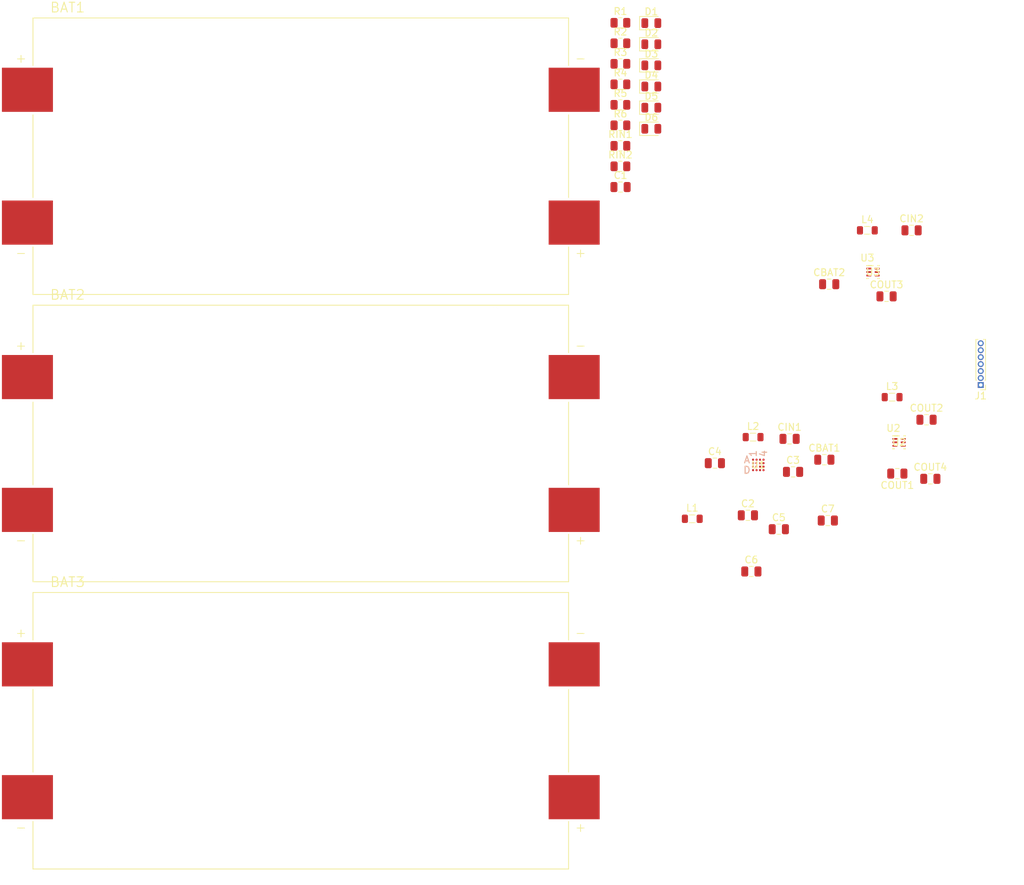
<source format=kicad_pcb>
(kicad_pcb (version 20240108) (generator "pcbnew") (generator_version "8.0")
  (layers (0 "F.Cu" signal) (31 "B.Cu" signal) (34 "B.Paste" user) (35 "F.Paste" user) (36 "B.SilkS" user "B.Silkscreen") (37 "F.SilkS" user "F.Silkscreen") (38 "B.Mask" user) (39 "F.Mask" user) (44 "Edge.Cuts" user))
  (net 0 "")
  (net 1 "Earth")
  (net 2 "Battery IN")
  (net 3 "VIN2")
  (net 4 "VOUT2")
  (net 5 "VOUT1")
  (net 6 "VOUT3")
  (net 7 "GND")
  (net 8 "VIN4")
  (net 9 "VIN3")
  (net 10 "VIN5")
  (net 11 "VIN6")
  (net 12 "Net-(U2-VIN)")
  (net 13 "Net-(U3-VIN)")
  (net 14 "VOUT4")
  (net 15 "VOUT5")
  (net 16 "VOUT6")
  (net 17 "VOUT7")
  (net 18 "Net-(D1-A)")
  (net 19 "Net-(D2-A)")
  (net 20 "Net-(D3-A)")
  (net 21 "Net-(D4-A)")
  (net 22 "Net-(D5-A)")
  (net 23 "VIN1")
  (net 24 "Net-(D6-A)")
  (net 25 "Net-(U1-SW2)")
  (net 26 "Net-(U1-SW1)")
  (net 27 "Net-(U2-SW)")
  (net 28 "Net-(U3-SW)")
  (footprint "Capacitor_SMD:C_0805_2012Metric" (layer "F.Cu") (at 144.75 106.75)
    (property "Reference" "C7" (at 0 -1.68 0) (layer "F.SilkS"))
    (property "Value" "1uF")
    (fp_line (start -0.261252 -0.735) (end 0.261252 -0.735) (stroke (width 0.12)) (layer "F.SilkS"))
    (fp_line (start -0.261252 0.735) (end 0.261252 0.735) (stroke (width 0.12)) (layer "F.SilkS"))
    (pad "1" smd roundrect (at -0.95 0) (size 1 1.45) (layers "F.Cu" "F.Paste" "F.Mask") (net 9 "VIN3"))
    (pad "2" smd roundrect (at 0.95 0) (size 1 1.45) (layers "F.Cu" "F.Paste" "F.Mask") (net 7 "GND"))
  )
  (footprint "Capacitor_SMD:C_0805_2012Metric" (layer "F.Cu") (at 133.75 114.08)
    (property "Reference" "C6" (at 0 -1.68 0) (layer "F.SilkS"))
    (property "Value" "1uF")
    (fp_line (start -0.261252 -0.735) (end 0.261252 -0.735) (stroke (width 0.12)) (layer "F.SilkS"))
    (fp_line (start -0.261252 0.735) (end 0.261252 0.735) (stroke (width 0.12)) (layer "F.SilkS"))
    (pad "1" smd roundrect (at -0.95 0) (size 1 1.45) (layers "F.Cu" "F.Paste" "F.Mask") (net 8 "VIN4"))
    (pad "2" smd roundrect (at 0.95 0) (size 1 1.45) (layers "F.Cu" "F.Paste" "F.Mask") (net 7 "GND"))
  )
  (footprint "Capacitor_SMD:C_0805_2012Metric" (layer "F.Cu") (at 139.25 95)
    (property "Reference" "CIN1" (at 0 -1.68 0) (layer "F.SilkS"))
    (property "Value" ".1uF")
    (fp_line (start -0.261252 -0.735) (end 0.261252 -0.735) (stroke (width 0.12)) (layer "F.SilkS"))
    (fp_line (start -0.261252 0.735) (end 0.261252 0.735) (stroke (width 0.12)) (layer "F.SilkS"))
    (pad "1" smd roundrect (at -0.95 0) (size 1 1.45) (layers "F.Cu" "F.Paste" "F.Mask") (net 12 "Net-(U2-VIN)"))
    (pad "2" smd roundrect (at 0.95 0) (size 1 1.45) (layers "F.Cu" "F.Paste" "F.Mask") (net 7 "GND"))
  )
  (footprint "Resistor_SMD:R_0805_2012Metric" (layer "F.Cu") (at 114.91 41.045)
    (property "Reference" "R3" (at 0 -1.65 0) (layer "F.SilkS"))
    (property "Value" "10kΩ")
    (fp_line (start -0.227064 -0.735) (end 0.227064 -0.735) (stroke (width 0.12)) (layer "F.SilkS"))
    (fp_line (start -0.227064 0.735) (end 0.227064 0.735) (stroke (width 0.12)) (layer "F.SilkS"))
    (pad "1" smd roundrect (at -0.9125 0) (size 1.025 1.4) (layers "F.Cu" "F.Paste" "F.Mask") (roundrect_rratio 0.243902) (net 7 "GND"))
    (pad "2" smd roundrect (at 0.9125 0) (size 1.025 1.4) (layers "F.Cu" "F.Paste" "F.Mask") (roundrect_rratio 0.243902) (net 20 "Net-(D3-A)"))
  )
  (footprint "Inductor_SMD:L_0805_2012Metric" (layer "F.Cu") (at 125.25 106.5)
    (property "Reference" "L1" (at 0 -1.55 0) (layer "F.SilkS"))
    (property "Value" "1uH")
    (fp_line (start -0.399622 -0.56) (end 0.399622 -0.56) (stroke (width 0.12)) (layer "F.SilkS"))
    (fp_line (start -0.399622 0.56) (end 0.399622 0.56) (stroke (width 0.12)) (layer "F.SilkS"))
    (pad "1" smd roundrect (at -1.0625 0) (size 0.875 1.2) (layers "F.Cu" "F.Paste" "F.Mask") (net 4 "VOUT2"))
    (pad "2" smd roundrect (at 1.0625 0) (size 0.875 1.2) (layers "F.Cu" "F.Paste" "F.Mask") (net 25 "Net-(U1-SW2)"))
  )
  (footprint "Capacitor_SMD:C_0805_2012Metric" (layer "F.Cu") (at 158.95 92.25)
    (property "Reference" "COUT2" (at 0 -1.68 0) (layer "F.SilkS"))
    (property "Value" "10uF")
    (fp_line (start -0.261252 -0.735) (end 0.261252 -0.735) (stroke (width 0.12)) (layer "F.SilkS"))
    (fp_line (start -0.261252 0.735) (end 0.261252 0.735) (stroke (width 0.12)) (layer "F.SilkS"))
    (pad "1" smd roundrect (at -0.95 0) (size 1 1.45) (layers "F.Cu" "F.Paste" "F.Mask") (net 15 "VOUT5"))
    (pad "2" smd roundrect (at 0.95 0) (size 1 1.45) (layers "F.Cu" "F.Paste" "F.Mask") (net 7 "GND"))
  )
  (footprint "Avionics:DSE0006A" (layer "F.Cu") (at 155 95.5)
    (property "Reference" "U2" (at 0 0 0) (layer "F.SilkS"))
    (property "Value" "TPS610986DSER")
    (fp_poly (pts (xy -0.299999 -0.624997) (xy -0.25 -0.624997) (xy -0.15 -0.524998) (xy -0.15 -0.375001) (xy -0.299999 -0.375001)) (fill solid) (layer "F.Cu"))
    (fp_line (start -0.900001 -0.924999) (end 0 -0.924999) (stroke (width 0.1778)) (layer "F.SilkS"))
    (fp_line (start -0.900001 0.924999) (end -0.700001 0.924999) (stroke (width 0.1778)) (layer "F.SilkS"))
    (fp_line (start 0.700001 -0.924999) (end 0.900001 -0.924999) (stroke (width 0.1778)) (layer "F.SilkS"))
    (fp_line (start 0.700001 0.924999) (end 0.900001 0.924999) (stroke (width 0.1778)) (layer "F.SilkS"))
    (fp_text user "U2" (at -0.8128 -2.032 0) (layer "F.SilkS"))
    (pad "1" smd rect (at -0.620001 -0.499999) (size 0.660001 0.249999) (layers "F.Cu" "F.Paste" "F.Mask") (net 14 "VOUT4"))
    (pad "2" smd rect (at -0.599999 0) (size 0.700001 0.249999) (layers "F.Cu" "F.Paste" "F.Mask") (net 27 "Net-(U2-SW)"))
    (pad "3" smd rect (at -0.599999 0.499999) (size 0.700001 0.249999) (layers "F.Cu" "F.Paste" "F.Mask") (net 12 "Net-(U2-VIN)"))
    (pad "4" smd rect (at 0.599999 0.499999) (size 0.700001 0.249999) (layers "F.Cu" "F.Paste" "F.Mask"))
    (pad "5" smd rect (at 0.599999 0) (size 0.700001 0.249999) (layers "F.Cu" "F.Paste" "F.Mask") (net 15 "VOUT5"))
    (pad "6" smd rect (at 0.599999 -0.499999) (size 0.700001 0.249999) (layers "F.Cu" "F.Paste" "F.Mask") (net 7 "GND"))
  )
  (footprint "Capacitor_SMD:C_0805_2012Metric" (layer "F.Cu") (at 144.25 98)
    (property "Reference" "CBAT1" (at 0 -1.68 0) (layer "F.SilkS"))
    (property "Value" "10uF")
    (fp_line (start -0.261252 -0.735) (end 0.261252 -0.735) (stroke (width 0.12)) (layer "F.SilkS"))
    (fp_line (start -0.261252 0.735) (end 0.261252 0.735) (stroke (width 0.12)) (layer "F.SilkS"))
    (pad "1" smd roundrect (at -0.95 0) (size 1 1.45) (layers "F.Cu" "F.Paste" "F.Mask") (net 10 "VIN5"))
    (pad "2" smd roundrect (at 0.95 0) (size 1 1.45) (layers "F.Cu" "F.Paste" "F.Mask") (net 7 "GND"))
  )
  (footprint "Resistor_SMD:R_0805_2012Metric" (layer "F.Cu") (at 114.91 38.095)
    (property "Reference" "R2" (at 0 -1.65 0) (layer "F.SilkS"))
    (property "Value" "10kΩ")
    (fp_line (start -0.227064 -0.735) (end 0.227064 -0.735) (stroke (width 0.12)) (layer "F.SilkS"))
    (fp_line (start -0.227064 0.735) (end 0.227064 0.735) (stroke (width 0.12)) (layer "F.SilkS"))
    (pad "1" smd roundrect (at -0.9125 0) (size 1.025 1.4) (layers "F.Cu" "F.Paste" "F.Mask") (roundrect_rratio 0.243902) (net 7 "GND"))
    (pad "2" smd roundrect (at 0.9125 0) (size 1.025 1.4) (layers "F.Cu" "F.Paste" "F.Mask") (roundrect_rratio 0.243902) (net 19 "Net-(D2-A)"))
  )
  (footprint "Resistor_SMD:R_0805_2012Metric" (layer "F.Cu") (at 114.91 46.945)
    (property "Reference" "R5" (at 0 -1.65 0) (layer "F.SilkS"))
    (property "Value" "10kΩ")
    (fp_line (start -0.227064 -0.735) (end 0.227064 -0.735) (stroke (width 0.12)) (layer "F.SilkS"))
    (fp_line (start -0.227064 0.735) (end 0.227064 0.735) (stroke (width 0.12)) (layer "F.SilkS"))
    (pad "1" smd roundrect (at -0.9125 0) (size 1.025 1.4) (layers "F.Cu" "F.Paste" "F.Mask") (roundrect_rratio 0.243902) (net 7 "GND"))
    (pad "2" smd roundrect (at 0.9125 0) (size 1.025 1.4) (layers "F.Cu" "F.Paste" "F.Mask") (roundrect_rratio 0.243902) (net 22 "Net-(D5-A)"))
  )
  (footprint "LED_SMD:LED_0805_2012Metric" (layer "F.Cu") (at 119.36 50.39)
    (property "Reference" "D6" (at 0 -1.65 0) (layer "F.SilkS"))
    (property "Value" "LED")
    (fp_line (start -1.685 -0.96) (end -1.685 0.96) (stroke (width 0.12)) (layer "F.SilkS"))
    (fp_line (start -1.685 0.96) (end 1 0.96) (stroke (width 0.12)) (layer "F.SilkS"))
    (fp_line (start 1 -0.96) (end -1.685 -0.96) (stroke (width 0.12)) (layer "F.SilkS"))
    (pad "1" smd roundrect (at -0.9375 0) (size 0.975 1.4) (layers "F.Cu" "F.Paste" "F.Mask") (net 23 "VIN1"))
    (pad "2" smd roundrect (at 0.9375 0) (size 0.975 1.4) (layers "F.Cu" "F.Paste" "F.Mask") (net 24 "Net-(D6-A)"))
  )
  (footprint "Capacitor_SMD:C_0805_2012Metric" (layer "F.Cu") (at 137.7 108)
    (property "Reference" "C5" (at 0 -1.68 0) (layer "F.SilkS"))
    (property "Value" "1uF")
    (fp_line (start -0.261252 -0.735) (end 0.261252 -0.735) (stroke (width 0.12)) (layer "F.SilkS"))
    (fp_line (start -0.261252 0.735) (end 0.261252 0.735) (stroke (width 0.12)) (layer "F.SilkS"))
    (pad "1" smd roundrect (at -0.95 0) (size 1 1.45) (layers "F.Cu" "F.Paste" "F.Mask") (net 7 "GND"))
    (pad "2" smd roundrect (at 0.95 0) (size 1 1.45) (layers "F.Cu" "F.Paste" "F.Mask") (net 6 "VOUT3"))
  )
  (footprint "Avionics:CB_16_8_ADI" (layer "F.Cu") (at 134.75 98.75)
    (property "Reference" "U1" (at 0 0 0) (layer "F.SilkS"))
    (property "Value" "ADP5033ACBZ-5-R7")
    (fp_text user "A" (at -1.635 -0.75 0) (layer "B.SilkS"))
    (fp_text user "D" (at -1.635 0.75 0) (layer "B.SilkS"))
    (fp_text user "1" (at -0.75 -1.635 90) (layer "B.SilkS"))
    (fp_text user "4" (at 0.75 -1.635 90) (layer "B.SilkS"))
    (fp_text user "1" (at -0.75 -1.635 90) (layer "F.SilkS"))
    (fp_text user "4" (at 0.75 -1.635 90) (layer "F.SilkS"))
    (fp_text user "D" (at -1.635 0.75 0) (layer "F.SilkS"))
    (fp_text user "A" (at -1.635 -0.75 0) (layer "F.SilkS"))
    (pad "A1" smd circle (at -0.75 -0.75) (size 0.32 0.32) (layers "F.Cu" "F.Paste" "F.Mask") (net 6 "VOUT3"))
    (pad "A2" smd circle (at -0.25 -0.75) (size 0.32 0.32) (layers "F.Cu" "F.Paste" "F.Mask") (net 9 "VIN3"))
    (pad "A3" smd circle (at 0.25 -0.75) (size 0.32 0.32) (layers "F.Cu" "F.Paste" "F.Mask") (net 8 "VIN4"))
    (pad "A4" smd circle (at 0.75 -0.75) (size 0.32 0.32) (layers "F.Cu" "F.Paste" "F.Mask"))
    (pad "B1" smd circle (at -0.75 -0.25) (size 0.32 0.32) (layers "F.Cu" "F.Paste" "F.Mask") (net 7 "GND"))
    (pad "B2" smd circle (at -0.25 -0.25) (size 0.32 0.32) (layers "F.Cu" "F.Paste" "F.Mask"))
    (pad "B3" smd circle (at 0.25 -0.25) (size 0.32 0.32) (layers "F.Cu" "F.Paste" "F.Mask") (net 2 "Battery IN"))
    (pad "B4" smd circle (at 0.75 -0.25) (size 0.32 0.32) (layers "F.Cu" "F.Paste" "F.Mask") (net 2 "Battery IN"))
    (pad "C1" smd circle (at -0.75 0.25) (size 0.32 0.32) (layers "F.Cu" "F.Paste" "F.Mask") (net 2 "Battery IN"))
    (pad "C2" smd circle (at -0.25 0.25) (size 0.32 0.32) (layers "F.Cu" "F.Paste" "F.Mask") (net 5 "VOUT1"))
    (pad "C3" smd circle (at 0.25 0.25) (size 0.32 0.32) (layers "F.Cu" "F.Paste" "F.Mask") (net 4 "VOUT2"))
    (pad "C4" smd circle (at 0.75 0.25) (size 0.32 0.32) (layers "F.Cu" "F.Paste" "F.Mask") (net 3 "VIN2"))
    (pad "D1" smd circle (at -0.75 0.75) (size 0.32 0.32) (layers "F.Cu" "F.Paste" "F.Mask") (net 1 "Earth"))
    (pad "D2" smd circle (at -0.25 0.75) (size 0.32 0.32) (layers "F.Cu" "F.Paste" "F.Mask") (net 26 "Net-(U1-SW1)"))
    (pad "D3" smd circle (at 0.25 0.75) (size 0.32 0.32) (layers "F.Cu" "F.Paste" "F.Mask") (net 25 "Net-(U1-SW2)"))
    (pad "D4" smd circle (at 0.75 0.75) (size 0.32 0.32) (layers "F.Cu" "F.Paste" "F.Mask") (net 1 "Earth"))
  )
  (footprint "Capacitor_SMD:C_0805_2012Metric" (layer "F.Cu") (at 144.95 72.75)
    (property "Reference" "CBAT2" (at 0 -1.68 0) (layer "F.SilkS"))
    (property "Value" "10uF")
    (fp_line (start -0.261252 -0.735) (end 0.261252 -0.735) (stroke (width 0.12)) (layer "F.SilkS"))
    (fp_line (start -0.261252 0.735) (end 0.261252 0.735) (stroke (width 0.12)) (layer "F.SilkS"))
    (pad "1" smd roundrect (at -0.95 0) (size 1 1.45) (layers "F.Cu" "F.Paste" "F.Mask") (net 11 "VIN6"))
    (pad "2" smd roundrect (at 0.95 0) (size 1 1.45) (layers "F.Cu" "F.Paste" "F.Mask") (net 7 "GND"))
  )
  (footprint "LED_SMD:LED_0805_2012Metric" (layer "F.Cu") (at 119.36 47.35)
    (property "Reference" "D5" (at 0 -1.65 0) (layer "F.SilkS"))
    (property "Value" "LED")
    (fp_line (start -1.685 -0.96) (end -1.685 0.96) (stroke (width 0.12)) (layer "F.SilkS"))
    (fp_line (start -1.685 0.96) (end 1 0.96) (stroke (width 0.12)) (layer "F.SilkS"))
    (fp_line (start 1 -0.96) (end -1.685 -0.96) (stroke (width 0.12)) (layer "F.SilkS"))
    (pad "1" smd roundrect (at -0.9375 0) (size 0.975 1.4) (layers "F.Cu" "F.Paste" "F.Mask") (net 3 "VIN2"))
    (pad "2" smd roundrect (at 0.9375 0) (size 0.975 1.4) (layers "F.Cu" "F.Paste" "F.Mask") (net 22 "Net-(D5-A)"))
  )
  (footprint "Capacitor_SMD:C_0805_2012Metric" (layer "F.Cu") (at 159.5 100.75)
    (property "Reference" "COUT4" (at 0 -1.68 0) (layer "F.SilkS"))
    (property "Value" "10uF")
    (fp_line (start -0.261252 -0.735) (end 0.261252 -0.735) (stroke (width 0.12)) (layer "F.SilkS"))
    (fp_line (start -0.261252 0.735) (end 0.261252 0.735) (stroke (width 0.12)) (layer "F.SilkS"))
    (pad "1" smd roundrect (at -0.95 0) (size 1 1.45) (layers "F.Cu" "F.Paste" "F.Mask") (net 17 "VOUT7"))
    (pad "2" smd roundrect (at 0.95 0) (size 1 1.45) (layers "F.Cu" "F.Paste" "F.Mask") (net 7 "GND"))
  )
  (footprint "Inductor_SMD:L_0805_2012Metric" (layer "F.Cu") (at 154 89)
    (property "Reference" "L3" (at 0 -1.55 0) (layer "F.SilkS"))
    (property "Value" "4.7uH")
    (fp_line (start -0.399622 -0.56) (end 0.399622 -0.56) (stroke (width 0.12)) (layer "F.SilkS"))
    (fp_line (start -0.399622 0.56) (end 0.399622 0.56) (stroke (width 0.12)) (layer "F.SilkS"))
    (pad "1" smd roundrect (at -1.0625 0) (size 0.875 1.2) (layers "F.Cu" "F.Paste" "F.Mask") (net 10 "VIN5"))
    (pad "2" smd roundrect (at 1.0625 0) (size 0.875 1.2) (layers "F.Cu" "F.Paste" "F.Mask") (net 27 "Net-(U2-SW)"))
  )
  (footprint "LED_SMD:LED_0805_2012Metric" (layer "F.Cu") (at 119.36 35.19)
    (property "Reference" "D1" (at 0 -1.65 0) (layer "F.SilkS"))
    (property "Value" "LED")
    (fp_line (start -1.685 -0.96) (end -1.685 0.96) (stroke (width 0.12)) (layer "F.SilkS"))
    (fp_line (start -1.685 0.96) (end 1 0.96) (stroke (width 0.12)) (layer "F.SilkS"))
    (fp_line (start 1 -0.96) (end -1.685 -0.96) (stroke (width 0.12)) (layer "F.SilkS"))
    (pad "1" smd roundrect (at -0.9375 0) (size 0.975 1.4) (layers "F.Cu" "F.Paste" "F.Mask") (net 11 "VIN6"))
    (pad "2" smd roundrect (at 0.9375 0) (size 0.975 1.4) (layers "F.Cu" "F.Paste" "F.Mask") (net 18 "Net-(D1-A)"))
  )
  (footprint "Capacitor_SMD:C_0805_2012Metric" (layer "F.Cu") (at 156.8 65)
    (property "Reference" "CIN2" (at 0 -1.68 0) (layer "F.SilkS"))
    (property "Value" ".1uF")
    (fp_line (start -0.261252 -0.735) (end 0.261252 -0.735) (stroke (width 0.12)) (layer "F.SilkS"))
    (fp_line (start -0.261252 0.735) (end 0.261252 0.735) (stroke (width 0.12)) (layer "F.SilkS"))
    (pad "1" smd roundrect (at -0.95 0) (size 1 1.45) (layers "F.Cu" "F.Paste" "F.Mask") (net 13 "Net-(U3-VIN)"))
    (pad "2" smd roundrect (at 0.95 0) (size 1 1.45) (layers "F.Cu" "F.Paste" "F.Mask") (net 7 "GND"))
  )
  (footprint "Avionics:BAT_1048P" (layer "F.Cu") (at 68.93 54.335)
    (property "Reference" "BAT1" (at -33.555 -21.389 0) (layer "F.SilkS") (effects (font (size 1.4 1.4))))
    (property "Value" "1048P")
    (fp_line (start -40.75 -14) (end -39.75 -14) (stroke (width 0.127)) (layer "F.SilkS"))
    (fp_line (start -40.75 14) (end -39.75 14) (stroke (width 0.127)) (layer "F.SilkS"))
    (fp_line (start -40.25 -14.5) (end -40.25 -13.5) (stroke (width 0.127)) (layer "F.SilkS"))
    (fp_line (start -38.53 -19.89) (end 38.53 -19.89) (stroke (width 0.127)) (layer "F.SilkS"))
    (fp_line (start -38.53 -13.05) (end -38.53 -19.89) (stroke (width 0.127)) (layer "F.SilkS"))
    (fp_line (start -38.53 -5.95) (end -38.53 5.95) (stroke (width 0.127)) (layer "F.SilkS"))
    (fp_line (start -38.53 13.05) (end -38.53 19.89) (stroke (width 0.127)) (layer "F.SilkS"))
    (fp_line (start -38.53 19.89) (end 38.53 19.89) (stroke (width 0.127)) (layer "F.SilkS"))
    (fp_line (start 38.53 -19.89) (end 38.53 -13.05) (stroke (width 0.127)) (layer "F.SilkS"))
    (fp_line (start 38.53 -5.95) (end 38.53 5.95) (stroke (width 0.127)) (layer "F.SilkS"))
    (fp_line (start 38.53 19.89) (end 38.53 13.05) (stroke (width 0.127)) (layer "F.SilkS"))
    (fp_line (start 40.25 14.5) (end 40.25 13.5) (stroke (width 0.127)) (layer "F.SilkS"))
    (fp_line (start 40.75 -14) (end 39.75 -14) (stroke (width 0.127)) (layer "F.SilkS"))
    (fp_line (start 40.75 14) (end 39.75 14) (stroke (width 0.127)) (layer "F.SilkS"))
    (pad "" np_thru_hole circle (at -27.6 0) (size 3.17 3.17) (drill 3.17) (layers "*.Cu" "*.Mask"))
    (pad "" np_thru_hole circle (at -27.6 17.505) (size 3.45 3.45) (drill 3.45) (layers "*.Cu" "*.Mask"))
    (pad "" np_thru_hole circle (at 27.6 -17.505) (size 3.45 3.45) (drill 3.45) (layers "*.Cu" "*.Mask"))
    (pad "" np_thru_hole circle (at 27.6 0) (size 3.17 3.17) (drill 3.17) (layers "*.Cu" "*.Mask"))
    (pad "" np_thru_hole circle (at 35.82 17.505) (size 2.39 2.39) (drill 2.39) (layers "*.Cu" "*.Mask"))
    (pad "N1" smd rect (at 39.33 -9.555) (size 7.34 6.35) (layers "F.Cu" "F.Paste" "F.Mask"))
    (pad "N2" smd rect (at -39.33 9.555) (size 7.34 6.35) (layers "F.Cu" "F.Paste" "F.Mask"))
    (pad "P1" smd rect (at -39.33 -9.555) (size 7.34 6.35) (layers "F.Cu" "F.Paste" "F.Mask"))
    (pad "P2" smd rect (at 39.33 9.555) (size 7.34 6.35) (layers "F.Cu" "F.Paste" "F.Mask"))
  )
  (footprint "Resistor_SMD:R_0805_2012Metric" (layer "F.Cu") (at 114.91 49.895)
    (property "Reference" "R6" (at 0 -1.65 0) (layer "F.SilkS"))
    (property "Value" "10kΩ")
    (fp_line (start -0.227064 -0.735) (end 0.227064 -0.735) (stroke (width 0.12)) (layer "F.SilkS"))
    (fp_line (start -0.227064 0.735) (end 0.227064 0.735) (stroke (width 0.12)) (layer "F.SilkS"))
    (pad "1" smd roundrect (at -0.9125 0) (size 1.025 1.4) (layers "F.Cu" "F.Paste" "F.Mask") (roundrect_rratio 0.243902) (net 7 "GND"))
    (pad "2" smd roundrect (at 0.9125 0) (size 1.025 1.4) (layers "F.Cu" "F.Paste" "F.Mask") (roundrect_rratio 0.243902) (net 24 "Net-(D6-A)"))
  )
  (footprint "Avionics:DSE0006A" (layer "F.Cu") (at 151.25 71)
    (property "Reference" "U3" (at 0 0 0) (layer "F.SilkS"))
    (property "Value" "TPS610986DSER")
    (fp_poly (pts (xy -0.299999 -0.624997) (xy -0.25 -0.624997) (xy -0.15 -0.524998) (xy -0.15 -0.375001) (xy -0.299999 -0.375001)) (fill solid) (layer "F.Cu"))
    (fp_line (start -0.900001 -0.924999) (end 0 -0.924999) (stroke (width 0.1778)) (layer "F.SilkS"))
    (fp_line (start -0.900001 0.924999) (end -0.700001 0.924999) (stroke (width 0.1778)) (layer "F.SilkS"))
    (fp_line (start 0.700001 -0.924999) (end 0.900001 -0.924999) (stroke (width 0.1778)) (layer "F.SilkS"))
    (fp_line (start 0.700001 0.924999) (end 0.900001 0.924999) (stroke (width 0.1778)) (layer "F.SilkS"))
    (fp_text user "U3" (at -0.8128 -2.032 0) (layer "F.SilkS"))
    (pad "1" smd rect (at -0.620001 -0.499999) (size 0.660001 0.249999) (layers "F.Cu" "F.Paste" "F.Mask") (net 16 "VOUT6"))
    (pad "2" smd rect (at -0.599999 0) (size 0.700001 0.249999) (layers "F.Cu" "F.Paste" "F.Mask") (net 28 "Net-(U3-SW)"))
    (pad "3" smd rect (at -0.599999 0.499999) (size 0.700001 0.249999) (layers "F.Cu" "F.Paste" "F.Mask") (net 13 "Net-(U3-VIN)"))
    (pad "4" smd rect (at 0.599999 0.499999) (size 0.700001 0.249999) (layers "F.Cu" "F.Paste" "F.Mask"))
    (pad "5" smd rect (at 0.599999 0) (size 0.700001 0.249999) (layers "F.Cu" "F.Paste" "F.Mask") (net 17 "VOUT7"))
    (pad "6" smd rect (at 0.599999 -0.499999) (size 0.700001 0.249999) (layers "F.Cu" "F.Paste" "F.Mask") (net 7 "GND"))
  )
  (footprint "Capacitor_SMD:C_0805_2012Metric" (layer "F.Cu") (at 154.75 100 180)
    (property "Reference" "COUT1" (at 0 -1.68 360) (layer "F.SilkS"))
    (property "Value" "10uF")
    (fp_line (start -0.261252 0.735) (end 0.261252 0.735) (stroke (width 0.12)) (layer "F.SilkS"))
    (fp_line (start -0.261252 -0.735) (end 0.261252 -0.735) (stroke (width 0.12)) (layer "F.SilkS"))
    (pad "1" smd roundrect (at -0.95 0 180) (size 1 1.45) (layers "F.Cu" "F.Paste" "F.Mask") (net 14 "VOUT4"))
    (pad "2" smd roundrect (at 0.95 0 180) (size 1 1.45) (layers "F.Cu" "F.Paste" "F.Mask") (net 7 "GND"))
  )
  (footprint "Capacitor_SMD:C_0805_2012Metric" (layer "F.Cu") (at 133.25 106)
    (property "Reference" "C2" (at 0 -1.68 0) (layer "F.SilkS"))
    (property "Value" "4.7uF")
    (fp_line (start -0.261252 -0.735) (end 0.261252 -0.735) (stroke (width 0.12)) (layer "F.SilkS"))
    (fp_line (start -0.261252 0.735) (end 0.261252 0.735) (stroke (width 0.12)) (layer "F.SilkS"))
    (pad "1" smd roundrect (at -0.95 0) (size 1 1.45) (layers "F.Cu" "F.Paste" "F.Mask") (net 3 "VIN2"))
    (pad "2" smd roundrect (at 0.95 0) (size 1 1.45) (layers "F.Cu" "F.Paste" "F.Mask") (net 1 "Earth"))
  )
  (footprint "Resistor_SMD:R_0805_2012Metric" (layer "F.Cu") (at 114.91 55.795)
    (property "Reference" "RIN2" (at 0 -1.65 0) (layer "F.SilkS"))
    (property "Value" "400Ω")
    (fp_line (start -0.227064 -0.735) (end 0.227064 -0.735) (stroke (width 0.12)) (layer "F.SilkS"))
    (fp_line (start -0.227064 0.735) (end 0.227064 0.735) (stroke (width 0.12)) (layer "F.SilkS"))
    (pad "1" smd roundrect (at -0.9125 0) (size 1.025 1.4) (layers "F.Cu" "F.Paste" "F.Mask") (roundrect_rratio 0.243902) (net 28 "Net-(U3-SW)"))
    (pad "2" smd roundrect (at 0.9125 0) (size 1.025 1.4) (layers "F.Cu" "F.Paste" "F.Mask") (roundrect_rratio 0.243902) (net 13 "Net-(U3-VIN)"))
  )
  (footprint "Resistor_SMD:R_0805_2012Metric" (layer "F.Cu") (at 114.91 43.995)
    (property "Reference" "R4" (at 0 -1.65 0) (layer "F.SilkS"))
    (property "Value" "10kΩ")
    (fp_line (start -0.227064 -0.735) (end 0.227064 -0.735) (stroke (width 0.12)) (layer "F.SilkS"))
    (fp_line (start -0.227064 0.735) (end 0.227064 0.735) (stroke (width 0.12)) (layer "F.SilkS"))
    (pad "1" smd roundrect (at -0.9125 0) (size 1.025 1.4) (layers "F.Cu" "F.Paste" "F.Mask") (roundrect_rratio 0.243902) (net 7 "GND"))
    (pad "2" smd roundrect (at 0.9125 0) (size 1.025 1.4) (layers "F.Cu" "F.Paste" "F.Mask") (roundrect_rratio 0.243902) (net 21 "Net-(D4-A)"))
  )
  (footprint "Inductor_SMD:L_0805_2012Metric" (layer "F.Cu") (at 150.4375 65)
    (property "Reference" "L4" (at 0 -1.55 0) (layer "F.SilkS"))
    (property "Value" "4.7uH")
    (fp_line (start -0.399622 -0.56) (end 0.399622 -0.56) (stroke (width 0.12)) (layer "F.SilkS"))
    (fp_line (start -0.399622 0.56) (end 0.399622 0.56) (stroke (width 0.12)) (layer "F.SilkS"))
    (pad "1" smd roundrect (at -1.0625 0) (size 0.875 1.2) (layers "F.Cu" "F.Paste" "F.Mask") (net 11 "VIN6"))
    (pad "2" smd roundrect (at 1.0625 0) (size 0.875 1.2) (layers "F.Cu" "F.Paste" "F.Mask") (net 28 "Net-(U3-SW)"))
  )
  (footprint "Capacitor_SMD:C_0805_2012Metric" (layer "F.Cu") (at 153.2 74.5)
    (property "Reference" "COUT3" (at 0 -1.68 0) (layer "F.SilkS"))
    (property "Value" "10uF")
    (fp_line (start -0.261252 -0.735) (end 0.261252 -0.735) (stroke (width 0.12)) (layer "F.SilkS"))
    (fp_line (start -0.261252 0.735) (end 0.261252 0.735) (stroke (width 0.12)) (layer "F.SilkS"))
    (pad "1" smd roundrect (at -0.95 0) (size 1 1.45) (layers "F.Cu" "F.Paste" "F.Mask") (net 16 "VOUT6"))
    (pad "2" smd roundrect (at 0.95 0) (size 1 1.45) (layers "F.Cu" "F.Paste" "F.Mask") (net 7 "GND"))
  )
  (footprint "LED_SMD:LED_0805_2012Metric" (layer "F.Cu") (at 119.36 41.27)
    (property "Reference" "D3" (at 0 -1.65 0) (layer "F.SilkS"))
    (property "Value" "LED")
    (fp_line (start -1.685 -0.96) (end -1.685 0.96) (stroke (width 0.12)) (layer "F.SilkS"))
    (fp_line (start -1.685 0.96) (end 1 0.96) (stroke (width 0.12)) (layer "F.SilkS"))
    (fp_line (start 1 -0.96) (end -1.685 -0.96) (stroke (width 0.12)) (layer "F.SilkS"))
    (pad "1" smd roundrect (at -0.9375 0) (size 0.975 1.4) (layers "F.Cu" "F.Paste" "F.Mask") (net 8 "VIN4"))
    (pad "2" smd roundrect (at 0.9375 0) (size 0.975 1.4) (layers "F.Cu" "F.Paste" "F.Mask") (net 20 "Net-(D3-A)"))
  )
  (footprint "Capacitor_SMD:C_0805_2012Metric" (layer "F.Cu") (at 139.75 99.75)
    (property "Reference" "C3" (at 0 -1.68 0) (layer "F.SilkS"))
    (property "Value" "10uF")
    (fp_line (start -0.261252 -0.735) (end 0.261252 -0.735) (stroke (width 0.12)) (layer "F.SilkS"))
    (fp_line (start -0.261252 0.735) (end 0.261252 0.735) (stroke (width 0.12)) (layer "F.SilkS"))
    (pad "1" smd roundrect (at -0.95 0) (size 1 1.45) (layers "F.Cu" "F.Paste" "F.Mask") (net 1 "Earth"))
    (pad "2" smd roundrect (at 0.95 0) (size 1 1.45) (layers "F.Cu" "F.Paste" "F.Mask") (net 4 "VOUT2"))
  )
  (footprint "Connector_PinHeader_1.00mm:PinHeader_1x07_P1.00mm_Vertical" (layer "F.Cu") (at 166.75 87.25 180)
    (property "Reference" "J1" (at 0 -1.56 360) (layer "F.SilkS"))
    (property "Value" "Conn_01x07_Pin")
    (fp_line (start 0.695 0.685) (end 0.695 6.56) (stroke (width 0.12)) (layer "F.SilkS"))
    (fp_line (start 0.608276 0.685) (end 0.695 0.685) (stroke (width 0.12)) (layer "F.SilkS"))
    (fp_line (start 0.394493 6.56) (end 0.695 6.56) (stroke (width 0.12)) (layer "F.SilkS"))
    (fp_line (start -0.695 6.56) (end -0.394493 6.56) (stroke (width 0.12)) (layer "F.SilkS"))
    (fp_line (start -0.695 0.685) (end -0.608276 0.685) (stroke (width 0.12)) (layer "F.SilkS"))
    (fp_line (start -0.695 0.685) (end -0.695 6.56) (stroke (width 0.12)) (layer "F.SilkS"))
    (fp_line (start -0.695 0) (end -0.695 -0.685) (stroke (width 0.12)) (layer "F.SilkS"))
    (fp_line (start -0.695 -0.685) (end 0 -0.685) (stroke (width 0.12)) (layer "F.SilkS"))
    (pad "1" thru_hole rect (at 0 0 180) (size 0.85 0.85) (drill 0.5) (layers "*.Cu" "*.Mask") (net 5 "VOUT1"))
    (pad "2" thru_hole oval (at 0 1 180) (size 0.85 0.85) (drill 0.5) (layers "*.Cu" "*.Mask") (net 4 "VOUT2"))
    (pad "3" thru_hole oval (at 0 2 180) (size 0.85 0.85) (drill 0.5) (layers "*.Cu" "*.Mask") (net 6 "VOUT3"))
    (pad "4" thru_hole oval (at 0 3 180) (size 0.85 0.85) (drill 0.5) (layers "*.Cu" "*.Mask") (net 14 "VOUT4"))
    (pad "5" thru_hole oval (at 0 4 180) (size 0.85 0.85) (drill 0.5) (layers "*.Cu" "*.Mask") (net 15 "VOUT5"))
    (pad "6" thru_hole oval (at 0 5 180) (size 0.85 0.85) (drill 0.5) (layers "*.Cu" "*.Mask") (net 16 "VOUT6"))
    (pad "7" thru_hole oval (at 0 6 180) (size 0.85 0.85) (drill 0.5) (layers "*.Cu" "*.Mask") (net 17 "VOUT7"))
  )
  (footprint "LED_SMD:LED_0805_2012Metric" (layer "F.Cu") (at 119.36 44.31)
    (property "Reference" "D4" (at 0 -1.65 0) (layer "F.SilkS"))
    (property "Value" "LED")
    (fp_line (start -1.685 -0.96) (end -1.685 0.96) (stroke (width 0.12)) (layer "F.SilkS"))
    (fp_line (start -1.685 0.96) (end 1 0.96) (stroke (width 0.12)) (layer "F.SilkS"))
    (fp_line (start 1 -0.96) (end -1.685 -0.96) (stroke (width 0.12)) (layer "F.SilkS"))
    (pad "1" smd roundrect (at -0.9375 0) (size 0.975 1.4) (layers "F.Cu" "F.Paste" "F.Mask") (net 9 "VIN3"))
    (pad "2" smd roundrect (at 0.9375 0) (size 0.975 1.4) (layers "F.Cu" "F.Paste" "F.Mask") (net 21 "Net-(D4-A)"))
  )
  (footprint "Capacitor_SMD:C_0805_2012Metric" (layer "F.Cu") (at 128.5 98.5)
    (property "Reference" "C4" (at 0 -1.68 0) (layer "F.SilkS"))
    (property "Value" "10uF")
    (fp_line (start -0.261252 -0.735) (end 0.261252 -0.735) (stroke (width 0.12)) (layer "F.SilkS"))
    (fp_line (start -0.261252 0.735) (end 0.261252 0.735) (stroke (width 0.12)) (layer "F.SilkS"))
    (pad "1" smd roundrect (at -0.95 0) (size 1 1.45) (layers "F.Cu" "F.Paste" "F.Mask") (net 1 "Earth"))
    (pad "2" smd roundrect (at 0.95 0) (size 1 1.45) (layers "F.Cu" "F.Paste" "F.Mask") (net 5 "VOUT1"))
  )
  (footprint "Resistor_SMD:R_0805_2012Metric" (layer "F.Cu") (at 114.91 52.845)
    (property "Reference" "RIN1" (at 0 -1.65 0) (layer "F.SilkS"))
    (property "Value" "400Ω")
    (fp_line (start -0.227064 -0.735) (end 0.227064 -0.735) (stroke (width 0.12)) (layer "F.SilkS"))
    (fp_line (start -0.227064 0.735) (end 0.227064 0.735) (stroke (width 0.12)) (layer "F.SilkS"))
    (pad "1" smd roundrect (at -0.9125 0) (size 1.025 1.4) (layers "F.Cu" "F.Paste" "F.Mask") (roundrect_rratio 0.243902) (net 27 "Net-(U2-SW)"))
    (pad "2" smd roundrect (at 0.9125 0) (size 1.025 1.4) (layers "F.Cu" "F.Paste" "F.Mask") (roundrect_rratio 0.243902) (net 12 "Net-(U2-VIN)"))
  )
  (footprint "Inductor_SMD:L_0805_2012Metric" (layer "F.Cu") (at 134 94.75)
    (property "Reference" "L2" (at 0 -1.55 0) (layer "F.SilkS"))
    (property "Value" "1uH")
    (fp_line (start -0.399622 -0.56) (end 0.399622 -0.56) (stroke (width 0.12)) (layer "F.SilkS"))
    (fp_line (start -0.399622 0.56) (end 0.399622 0.56) (stroke (width 0.12)) (layer "F.SilkS"))
    (pad "1" smd roundrect (at -1.0625 0) (size 0.875 1.2) (layers "F.Cu" "F.Paste" "F.Mask") (net 5 "VOUT1"))
    (pad "2" smd roundrect (at 1.0625 0) (size 0.875 1.2) (layers "F.Cu" "F.Paste" "F.Mask") (net 26 "Net-(U1-SW1)"))
  )
  (footprint "Avionics:BAT_1048P" (layer "F.Cu") (at 68.93 136.995)
    (property "Reference" "BAT3" (at -33.555 -21.389 0) (layer "F.SilkS") (effects (font (size 1.4 1.4))))
    (property "Value" "1048P")
    (fp_line (start -40.75 -14) (end -39.75 -14) (stroke (width 0.127)) (layer "F.SilkS"))
    (fp_line (start -40.75 14) (end -39.75 14) (stroke (width 0.127)) (layer "F.SilkS"))
    (fp_line (start -40.25 -14.5) (end -40.25 -13.5) (stroke (width 0.127)) (layer "F.SilkS"))
    (fp_line (start -38.53 -19.89) (end 38.53 -19.89) (stroke (width 0.127)) (layer "F.SilkS"))
    (fp_line (start -38.53 -13.05) (end -38.53 -19.89) (stroke (width 0.127)) (layer "F.SilkS"))
    (fp_line (start -38.53 -5.95) (end -38.53 5.95) (stroke (width 0.127)) (layer "F.SilkS"))
    (fp_line (start -38.53 13.05) (end -38.53 19.89) (stroke (width 0.127)) (layer "F.SilkS"))
    (fp_line (start -38.53 19.89) (end 38.53 19.89) (stroke (width 0.127)) (layer "F.SilkS"))
    (fp_line (start 38.53 -19.89) (end 38.53 -13.05) (stroke (width 0.127)) (layer "F.SilkS"))
    (fp_line (start 38.53 -5.95) (end 38.53 5.95) (stroke (width 0.127)) (layer "F.SilkS"))
    (fp_line (start 38.53 19.89) (end 38.53 13.05) (stroke (width 0.127)) (layer "F.SilkS"))
    (fp_line (start 40.25 14.5) (end 40.25 13.5) (stroke (width 0.127)) (layer "F.SilkS"))
    (fp_line (start 40.75 -14) (end 39.75 -14) (stroke (width 0.127)) (layer "F.SilkS"))
    (fp_line (start 40.75 14) (end 39.75 14) (stroke (width 0.127)) (layer "F.SilkS"))
    (pad "" np_thru_hole circle (at -27.6 0) (size 3.17 3.17) (drill 3.17) (layers "*.Cu" "*.Mask"))
    (pad "" np_thru_hole circle (at -27.6 17.505) (size 3.45 3.45) (drill 3.45) (layers "*.Cu" "*.Mask"))
    (pad "" np_thru_hole circle (at 27.6 -17.505) (size 3.45 3.45) (drill 3.45) (layers "*.Cu" "*.Mask"))
    (pad "" np_thru_hole circle (at 27.6 0) (size 3.17 3.17) (drill 3.17) (layers "*.Cu" "*.Mask"))
    (pad "" np_thru_hole circle (at 35.82 17.505) (size 2.39 2.39) (drill 2.39) (layers "*.Cu" "*.Mask"))
    (pad "N1" smd rect (at 39.33 -9.555) (size 7.34 6.35) (layers "F.Cu" "F.Paste" "F.Mask"))
    (pad "N2" smd rect (at -39.33 9.555) (size 7.34 6.35) (layers "F.Cu" "F.Paste" "F.Mask"))
    (pad "P1" smd rect (at -39.33 -9.555) (size 7.34 6.35) (layers "F.Cu" "F.Paste" "F.Mask"))
    (pad "P2" smd rect (at 39.33 9.555) (size 7.34 6.35) (layers "F.Cu" "F.Paste" "F.Mask"))
  )
  (footprint "LED_SMD:LED_0805_2012Metric" (layer "F.Cu") (at 119.36 38.23)
    (property "Reference" "D2" (at 0 -1.65 0) (layer "F.SilkS"))
    (property "Value" "LED")
    (fp_line (start -1.685 -0.96) (end -1.685 0.96) (stroke (width 0.12)) (layer "F.SilkS"))
    (fp_line (start -1.685 0.96) (end 1 0.96) (stroke (width 0.12)) (layer "F.SilkS"))
    (fp_line (start 1 -0.96) (end -1.685 -0.96) (stroke (width 0.12)) (layer "F.SilkS"))
    (pad "1" smd roundrect (at -0.9375 0) (size 0.975 1.4) (layers "F.Cu" "F.Paste" "F.Mask") (net 10 "VIN5"))
    (pad "2" smd roundrect (at 0.9375 0) (size 0.975 1.4) (layers "F.Cu" "F.Paste" "F.Mask") (net 19 "Net-(D2-A)"))
  )
  (footprint "Capacitor_SMD:C_0805_2012Metric" (layer "F.Cu") (at 114.93 58.775)
    (property "Reference" "C1" (at 0 -1.68 0) (layer "F.SilkS"))
    (property "Value" "4.7uF")
    (fp_line (start -0.261252 -0.735) (end 0.261252 -0.735) (stroke (width 0.12)) (layer "F.SilkS"))
    (fp_line (start -0.261252 0.735) (end 0.261252 0.735) (stroke (width 0.12)) (layer "F.SilkS"))
    (pad "1" smd roundrect (at -0.95 0) (size 1 1.45) (layers "F.Cu" "F.Paste" "F.Mask") (net 2 "Battery IN"))
    (pad "2" smd roundrect (at 0.95 0) (size 1 1.45) (layers "F.Cu" "F.Paste" "F.Mask") (net 1 "Earth"))
  )
  (footprint "Avionics:BAT_1048P" (layer "F.Cu") (at 68.93 95.665)
    (property "Reference" "BAT2" (at -33.555 -21.389 0) (layer "F.SilkS") (effects (font (size 1.4 1.4))))
    (property "Value" "1048P")
    (fp_line (start -40.75 -14) (end -39.75 -14) (stroke (width 0.127)) (layer "F.SilkS"))
    (fp_line (start -40.75 14) (end -39.75 14) (stroke (width 0.127)) (layer "F.SilkS"))
    (fp_line (start -40.25 -14.5) (end -40.25 -13.5) (stroke (width 0.127)) (layer "F.SilkS"))
    (fp_line (start -38.53 -19.89) (end 38.53 -19.89) (stroke (width 0.127)) (layer "F.SilkS"))
    (fp_line (start -38.53 -13.05) (end -38.53 -19.89) (stroke (width 0.127)) (layer "F.SilkS"))
    (fp_line (start -38.53 -5.95) (end -38.53 5.95) (stroke (width 0.127)) (layer "F.SilkS"))
    (fp_line (start -38.53 13.05) (end -38.53 19.89) (stroke (width 0.127)) (layer "F.SilkS"))
    (fp_line (start -38.53 19.89) (end 38.53 19.89) (stroke (width 0.127)) (layer "F.SilkS"))
    (fp_line (start 38.53 -19.89) (end 38.53 -13.05) (stroke (width 0.127)) (layer "F.SilkS"))
    (fp_line (start 38.53 -5.95) (end 38.53 5.95) (stroke (width 0.127)) (layer "F.SilkS"))
    (fp_line (start 38.53 19.89) (end 38.53 13.05) (stroke (width 0.127)) (layer "F.SilkS"))
    (fp_line (start 40.25 14.5) (end 40.25 13.5) (stroke (width 0.127)) (layer "F.SilkS"))
    (fp_line (start 40.75 -14) (end 39.75 -14) (stroke (width 0.127)) (layer "F.SilkS"))
    (fp_line (start 40.75 14) (end 39.75 14) (stroke (width 0.127)) (layer "F.SilkS"))
    (pad "" np_thru_hole circle (at -27.6 0) (size 3.17 3.17) (drill 3.17) (layers "*.Cu" "*.Mask"))
    (pad "" np_thru_hole circle (at -27.6 17.505) (size 3.45 3.45) (drill 3.45) (layers "*.Cu" "*.Mask"))
    (pad "" np_thru_hole circle (at 27.6 -17.505) (size 3.45 3.45) (drill 3.45) (layers "*.Cu" "*.Mask"))
    (pad "" np_thru_hole circle (at 27.6 0) (size 3.17 3.17) (drill 3.17) (layers "*.Cu" "*.Mask"))
    (pad "" np_thru_hole circle (at 35.82 17.505) (size 2.39 2.39) (drill 2.39) (layers "*.Cu" "*.Mask"))
    (pad "N1" smd rect (at 39.33 -9.555) (size 7.34 6.35) (layers "F.Cu" "F.Paste" "F.Mask"))
    (pad "N2" smd rect (at -39.33 9.555) (size 7.34 6.35) (layers "F.Cu" "F.Paste" "F.Mask"))
    (pad "P1" smd rect (at -39.33 -9.555) (size 7.34 6.35) (layers "F.Cu" "F.Paste" "F.Mask"))
    (pad "P2" smd rect (at 39.33 9.555) (size 7.34 6.35) (layers "F.Cu" "F.Paste" "F.Mask"))
  )
  (footprint "Resistor_SMD:R_0805_2012Metric" (layer "F.Cu") (at 114.91 35.145)
    (property "Reference" "R1" (at 0 -1.65 0) (layer "F.SilkS"))
    (property "Value" "10kΩ")
    (fp_line (start -0.227064 -0.735) (end 0.227064 -0.735) (stroke (width 0.12)) (layer "F.SilkS"))
    (fp_line (start -0.227064 0.735) (end 0.227064 0.735) (stroke (width 0.12)) (layer "F.SilkS"))
    (pad "1" smd roundrect (at -0.9125 0) (size 1.025 1.4) (layers "F.Cu" "F.Paste" "F.Mask") (roundrect_rratio 0.243902) (net 7 "GND"))
    (pad "2" smd roundrect (at 0.9125 0) (size 1.025 1.4) (layers "F.Cu" "F.Paste" "F.Mask") (roundrect_rratio 0.243902) (net 18 "Net-(D1-A)"))
  )
)
</source>
